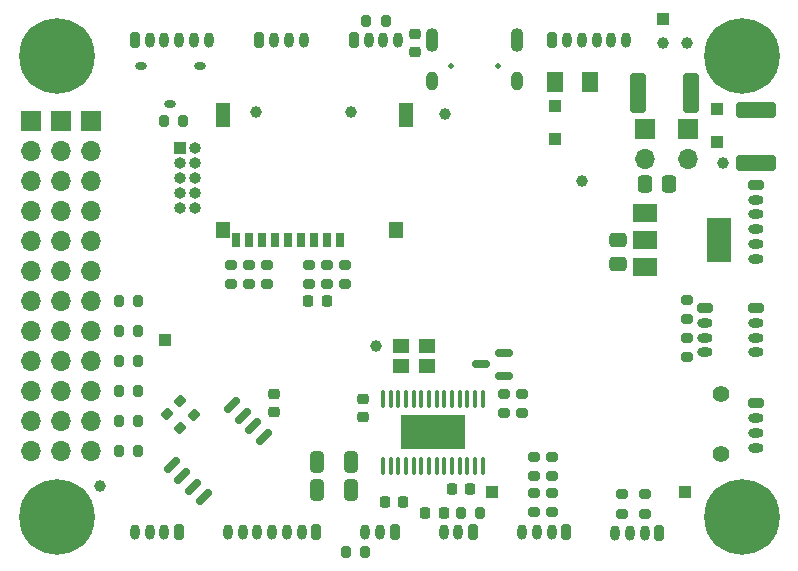
<source format=gbs>
G04 #@! TF.GenerationSoftware,KiCad,Pcbnew,7.0.2*
G04 #@! TF.CreationDate,2023-06-10T11:02:38+03:00*
G04 #@! TF.ProjectId,2.0,322e302e-6b69-4636-9164-5f7063625858,2.0*
G04 #@! TF.SameCoordinates,Original*
G04 #@! TF.FileFunction,Soldermask,Bot*
G04 #@! TF.FilePolarity,Negative*
%FSLAX46Y46*%
G04 Gerber Fmt 4.6, Leading zero omitted, Abs format (unit mm)*
G04 Created by KiCad (PCBNEW 7.0.2) date 2023-06-10 11:02:38*
%MOMM*%
%LPD*%
G01*
G04 APERTURE LIST*
G04 Aperture macros list*
%AMRoundRect*
0 Rectangle with rounded corners*
0 $1 Rounding radius*
0 $2 $3 $4 $5 $6 $7 $8 $9 X,Y pos of 4 corners*
0 Add a 4 corners polygon primitive as box body*
4,1,4,$2,$3,$4,$5,$6,$7,$8,$9,$2,$3,0*
0 Add four circle primitives for the rounded corners*
1,1,$1+$1,$2,$3*
1,1,$1+$1,$4,$5*
1,1,$1+$1,$6,$7*
1,1,$1+$1,$8,$9*
0 Add four rect primitives between the rounded corners*
20,1,$1+$1,$2,$3,$4,$5,0*
20,1,$1+$1,$4,$5,$6,$7,0*
20,1,$1+$1,$6,$7,$8,$9,0*
20,1,$1+$1,$8,$9,$2,$3,0*%
G04 Aperture macros list end*
%ADD10C,0.500000*%
%ADD11O,1.090000X2.000000*%
%ADD12O,1.050000X1.600000*%
%ADD13RoundRect,0.200000X0.200000X0.450000X-0.200000X0.450000X-0.200000X-0.450000X0.200000X-0.450000X0*%
%ADD14O,0.800000X1.300000*%
%ADD15RoundRect,0.200000X-0.200000X-0.450000X0.200000X-0.450000X0.200000X0.450000X-0.200000X0.450000X0*%
%ADD16R,1.000000X1.000000*%
%ADD17O,1.000000X1.000000*%
%ADD18RoundRect,0.200000X-0.450000X0.200000X-0.450000X-0.200000X0.450000X-0.200000X0.450000X0.200000X0*%
%ADD19O,1.300000X0.800000*%
%ADD20R,1.700000X1.700000*%
%ADD21O,1.700000X1.700000*%
%ADD22C,1.000000*%
%ADD23O,1.000000X0.700000*%
%ADD24C,0.800000*%
%ADD25C,6.400000*%
%ADD26C,1.400000*%
%ADD27RoundRect,0.200000X0.275000X-0.200000X0.275000X0.200000X-0.275000X0.200000X-0.275000X-0.200000X0*%
%ADD28RoundRect,0.200000X0.335876X0.053033X0.053033X0.335876X-0.335876X-0.053033X-0.053033X-0.335876X0*%
%ADD29RoundRect,0.200000X-0.200000X-0.275000X0.200000X-0.275000X0.200000X0.275000X-0.200000X0.275000X0*%
%ADD30RoundRect,0.200000X0.200000X0.275000X-0.200000X0.275000X-0.200000X-0.275000X0.200000X-0.275000X0*%
%ADD31RoundRect,0.200000X-0.275000X0.200000X-0.275000X-0.200000X0.275000X-0.200000X0.275000X0.200000X0*%
%ADD32RoundRect,0.250000X0.400000X1.450000X-0.400000X1.450000X-0.400000X-1.450000X0.400000X-1.450000X0*%
%ADD33RoundRect,0.150000X-0.353553X-0.565685X0.565685X0.353553X0.353553X0.565685X-0.565685X-0.353553X0*%
%ADD34R,0.700000X1.300000*%
%ADD35R,1.200000X2.000000*%
%ADD36R,1.200000X1.400000*%
%ADD37RoundRect,0.225000X0.250000X-0.225000X0.250000X0.225000X-0.250000X0.225000X-0.250000X-0.225000X0*%
%ADD38RoundRect,0.250000X-0.475000X0.337500X-0.475000X-0.337500X0.475000X-0.337500X0.475000X0.337500X0*%
%ADD39RoundRect,0.250000X-0.300000X0.300000X-0.300000X-0.300000X0.300000X-0.300000X0.300000X0.300000X0*%
%ADD40RoundRect,0.250000X0.325000X0.650000X-0.325000X0.650000X-0.325000X-0.650000X0.325000X-0.650000X0*%
%ADD41RoundRect,0.225000X-0.250000X0.225000X-0.250000X-0.225000X0.250000X-0.225000X0.250000X0.225000X0*%
%ADD42RoundRect,0.150000X0.587500X0.150000X-0.587500X0.150000X-0.587500X-0.150000X0.587500X-0.150000X0*%
%ADD43RoundRect,0.250000X-0.337500X-0.475000X0.337500X-0.475000X0.337500X0.475000X-0.337500X0.475000X0*%
%ADD44RoundRect,0.225000X0.225000X0.250000X-0.225000X0.250000X-0.225000X-0.250000X0.225000X-0.250000X0*%
%ADD45RoundRect,0.225000X-0.225000X-0.250000X0.225000X-0.250000X0.225000X0.250000X-0.225000X0.250000X0*%
%ADD46RoundRect,0.100000X-0.100000X0.637500X-0.100000X-0.637500X0.100000X-0.637500X0.100000X0.637500X0*%
%ADD47R,5.400000X2.850000*%
%ADD48RoundRect,0.250000X1.450000X-0.400000X1.450000X0.400000X-1.450000X0.400000X-1.450000X-0.400000X0*%
%ADD49R,1.400000X1.200000*%
%ADD50RoundRect,0.250001X-0.462499X-0.624999X0.462499X-0.624999X0.462499X0.624999X-0.462499X0.624999X0*%
%ADD51R,2.000000X1.500000*%
%ADD52R,2.000000X3.800000*%
G04 APERTURE END LIST*
D10*
X111390000Y-60824000D03*
X115390000Y-60824000D03*
D11*
X109790000Y-58674000D03*
D12*
X109790000Y-62124000D03*
D11*
X116990000Y-58674000D03*
D12*
X116990000Y-62124000D03*
D13*
X88352000Y-100330000D03*
D14*
X87102000Y-100330000D03*
X85852000Y-100330000D03*
X84602000Y-100330000D03*
D15*
X103154000Y-58674000D03*
D14*
X104404000Y-58674000D03*
X105654000Y-58674000D03*
X106904000Y-58674000D03*
D16*
X88392000Y-67818000D03*
D17*
X89662000Y-67818000D03*
X88392000Y-69088000D03*
X89662000Y-69088000D03*
X88392000Y-70358000D03*
X89662000Y-70358000D03*
X88392000Y-71628000D03*
X89662000Y-71628000D03*
X88392000Y-72898000D03*
X89662000Y-72898000D03*
D13*
X129022000Y-100388000D03*
D14*
X127772000Y-100388000D03*
X126522000Y-100388000D03*
X125272000Y-100388000D03*
D18*
X132842000Y-81340000D03*
D19*
X132842000Y-82590000D03*
X132842000Y-83840000D03*
X132842000Y-85090000D03*
D15*
X95153000Y-58674000D03*
D14*
X96403000Y-58674000D03*
X97653000Y-58674000D03*
X98903000Y-58674000D03*
D13*
X113254000Y-100330000D03*
D14*
X112004000Y-100330000D03*
X110754000Y-100330000D03*
D13*
X121138000Y-100330000D03*
D14*
X119888000Y-100330000D03*
X118638000Y-100330000D03*
X117388000Y-100330000D03*
D18*
X137160000Y-81340000D03*
D19*
X137160000Y-82590000D03*
X137160000Y-83840000D03*
X137160000Y-85090000D03*
D20*
X80900000Y-65525000D03*
D21*
X80900000Y-68065000D03*
X80900000Y-70605000D03*
X80900000Y-73145000D03*
X80900000Y-75685000D03*
X80900000Y-78225000D03*
X80900000Y-80765000D03*
X80900000Y-83305000D03*
X80900000Y-85845000D03*
X80900000Y-88385000D03*
X80900000Y-90925000D03*
X80900000Y-93465000D03*
D16*
X87122000Y-84074000D03*
D22*
X134366000Y-69027000D03*
D23*
X90090000Y-60884000D03*
X87590000Y-64084000D03*
X85090000Y-60884000D03*
D24*
X133600000Y-99000000D03*
X134302944Y-97302944D03*
X134302944Y-100697056D03*
X136000000Y-96600000D03*
D25*
X136000000Y-99000000D03*
D24*
X136000000Y-101400000D03*
X137697056Y-97302944D03*
X137697056Y-100697056D03*
X138400000Y-99000000D03*
D13*
X99986000Y-100330000D03*
D14*
X98736000Y-100330000D03*
X97486000Y-100330000D03*
X96236000Y-100330000D03*
X94986000Y-100330000D03*
X93736000Y-100330000D03*
X92486000Y-100330000D03*
D24*
X75600000Y-99000000D03*
X76302944Y-97302944D03*
X76302944Y-100697056D03*
X78000000Y-96600000D03*
D25*
X78000000Y-99000000D03*
D24*
X78000000Y-101400000D03*
X79697056Y-97302944D03*
X79697056Y-100697056D03*
X80400000Y-99000000D03*
D13*
X106620000Y-100330000D03*
D14*
X105370000Y-100330000D03*
X104120000Y-100330000D03*
D15*
X119948000Y-58674000D03*
D14*
X121198000Y-58674000D03*
X122448000Y-58674000D03*
X123698000Y-58674000D03*
X124948000Y-58674000D03*
X126198000Y-58674000D03*
D22*
X131318000Y-58928000D03*
D16*
X129286000Y-56896000D03*
D18*
X137160000Y-70906000D03*
D19*
X137160000Y-72156000D03*
X137160000Y-73406000D03*
X137160000Y-74656000D03*
X137160000Y-75906000D03*
X137160000Y-77156000D03*
D22*
X122428000Y-70612000D03*
D20*
X127762000Y-66162000D03*
D21*
X127762000Y-68702000D03*
D20*
X131445000Y-66157000D03*
D21*
X131445000Y-68697000D03*
D26*
X134239000Y-93726000D03*
X134239000Y-88646000D03*
D22*
X110871000Y-64897000D03*
D16*
X131216400Y-96926400D03*
D24*
X133600000Y-60000000D03*
X134302944Y-58302944D03*
X134302944Y-61697056D03*
X136000000Y-57600000D03*
D25*
X136000000Y-60000000D03*
D24*
X136000000Y-62400000D03*
X137697056Y-58302944D03*
X137697056Y-61697056D03*
X138400000Y-60000000D03*
D20*
X75820000Y-65525000D03*
D21*
X75820000Y-68065000D03*
X75820000Y-70605000D03*
X75820000Y-73145000D03*
X75820000Y-75685000D03*
X75820000Y-78225000D03*
X75820000Y-80765000D03*
X75820000Y-83305000D03*
X75820000Y-85845000D03*
X75820000Y-88385000D03*
X75820000Y-90925000D03*
X75820000Y-93465000D03*
D18*
X137160000Y-89408000D03*
D19*
X137160000Y-90658000D03*
X137160000Y-91908000D03*
X137160000Y-93158000D03*
D22*
X81661000Y-96393000D03*
D24*
X75600000Y-60000000D03*
X76302944Y-58302944D03*
X76302944Y-61697056D03*
X78000000Y-57600000D03*
D25*
X78000000Y-60000000D03*
D24*
X78000000Y-62400000D03*
X79697056Y-58302944D03*
X79697056Y-61697056D03*
X80400000Y-60000000D03*
D15*
X84602000Y-58674000D03*
D14*
X85852000Y-58674000D03*
X87102000Y-58674000D03*
X88352000Y-58674000D03*
X89602000Y-58674000D03*
X90852000Y-58674000D03*
D16*
X114808000Y-96926400D03*
D20*
X78360000Y-65525000D03*
D21*
X78360000Y-68065000D03*
X78360000Y-70605000D03*
X78360000Y-73145000D03*
X78360000Y-75685000D03*
X78360000Y-78225000D03*
X78360000Y-80765000D03*
X78360000Y-83305000D03*
X78360000Y-85845000D03*
X78360000Y-88385000D03*
X78360000Y-90925000D03*
X78360000Y-93465000D03*
D22*
X129286000Y-58928000D03*
D27*
X131318000Y-82296000D03*
X131318000Y-80646000D03*
D28*
X88467363Y-91515363D03*
X87300637Y-90348637D03*
D29*
X102470000Y-101981000D03*
X104120000Y-101981000D03*
D27*
X92736000Y-79311000D03*
X92736000Y-77661000D03*
D22*
X105003600Y-84559000D03*
D30*
X84899000Y-80765000D03*
X83249000Y-80765000D03*
D31*
X119888000Y-96965000D03*
X119888000Y-98615000D03*
D29*
X87059000Y-65532000D03*
X88709000Y-65532000D03*
D31*
X127772000Y-97092000D03*
X127772000Y-98742000D03*
X119888000Y-93917000D03*
X119888000Y-95567000D03*
D30*
X113855000Y-98679000D03*
X112205000Y-98679000D03*
D27*
X117348000Y-90233000D03*
X117348000Y-88583000D03*
D30*
X84899000Y-83305000D03*
X83249000Y-83305000D03*
D31*
X125857000Y-97092000D03*
X125857000Y-98742000D03*
D32*
X131699000Y-63119000D03*
X127249000Y-63119000D03*
D27*
X99336000Y-79311000D03*
X99336000Y-77661000D03*
D31*
X118364000Y-93917000D03*
X118364000Y-95567000D03*
D27*
X102384000Y-79311000D03*
X102384000Y-77661000D03*
D33*
X90430882Y-97362020D03*
X89532856Y-96463994D03*
X88634831Y-95565969D03*
X87736805Y-94667943D03*
X92827974Y-89576774D03*
X93726000Y-90474800D03*
X94624025Y-91372825D03*
X95522051Y-92270851D03*
D22*
X102870000Y-64746500D03*
X94870000Y-64746500D03*
D34*
X101960000Y-75586500D03*
X100860000Y-75586500D03*
X99760000Y-75586500D03*
X98660000Y-75586500D03*
X97560000Y-75586500D03*
X96460000Y-75586500D03*
X95360000Y-75586500D03*
X94260000Y-75586500D03*
X93160000Y-75586500D03*
D35*
X107580000Y-65036500D03*
X92060000Y-65036500D03*
D36*
X106740000Y-74736500D03*
X92060000Y-74736500D03*
D37*
X108331000Y-59677600D03*
X108331000Y-58127600D03*
D30*
X84899000Y-85845000D03*
X83249000Y-85845000D03*
D28*
X89610363Y-90372363D03*
X88443637Y-89205637D03*
D38*
X125476000Y-75565000D03*
X125476000Y-77640000D03*
D39*
X133858000Y-64527000D03*
X133858000Y-67327000D03*
D30*
X84899000Y-88385000D03*
X83249000Y-88385000D03*
X84899000Y-90925000D03*
X83249000Y-90925000D03*
D40*
X102948000Y-96755000D03*
X99998000Y-96755000D03*
D41*
X96393000Y-88633000D03*
X96393000Y-90183000D03*
D42*
X115824000Y-85156000D03*
X115824000Y-87056000D03*
X113949000Y-86106000D03*
D40*
X102948000Y-94361000D03*
X99998000Y-94361000D03*
D29*
X104204000Y-57023000D03*
X105854000Y-57023000D03*
D43*
X127762000Y-70866000D03*
X129837000Y-70866000D03*
D44*
X107341000Y-97790000D03*
X105791000Y-97790000D03*
D45*
X111454000Y-96647000D03*
X113004000Y-96647000D03*
D27*
X115824000Y-90233000D03*
X115824000Y-88583000D03*
X100860000Y-79311000D03*
X100860000Y-77661000D03*
X95784000Y-79311000D03*
X95784000Y-77661000D03*
D39*
X120142000Y-64256000D03*
X120142000Y-67056000D03*
D30*
X84899000Y-93465000D03*
X83249000Y-93465000D03*
D46*
X105604000Y-89017000D03*
X106254000Y-89017000D03*
X106904000Y-89017000D03*
X107554000Y-89017000D03*
X108204000Y-89017000D03*
X108854000Y-89017000D03*
X109504000Y-89017000D03*
X110154000Y-89017000D03*
X110804000Y-89017000D03*
X111454000Y-89017000D03*
X112104000Y-89017000D03*
X112754000Y-89017000D03*
X113404000Y-89017000D03*
X114054000Y-89017000D03*
X114054000Y-94742000D03*
X113404000Y-94742000D03*
X112754000Y-94742000D03*
X112104000Y-94742000D03*
X111454000Y-94742000D03*
X110804000Y-94742000D03*
X110154000Y-94742000D03*
X109504000Y-94742000D03*
X108854000Y-94742000D03*
X108204000Y-94742000D03*
X107554000Y-94742000D03*
X106904000Y-94742000D03*
X106254000Y-94742000D03*
X105604000Y-94742000D03*
D47*
X109829000Y-91879500D03*
D27*
X94260000Y-79311000D03*
X94260000Y-77661000D03*
D31*
X118364000Y-96965000D03*
X118364000Y-98615000D03*
D45*
X109207000Y-98679000D03*
X110757000Y-98679000D03*
D44*
X100851000Y-80772000D03*
X99301000Y-80772000D03*
D48*
X137160000Y-69027000D03*
X137160000Y-64577000D03*
D31*
X131318000Y-83840000D03*
X131318000Y-85490000D03*
D49*
X109304000Y-86259000D03*
X107104000Y-86259000D03*
X107104000Y-84559000D03*
X109304000Y-84559000D03*
D50*
X120142000Y-62230000D03*
X123117000Y-62230000D03*
D51*
X127762000Y-77865000D03*
X127762000Y-75565000D03*
D52*
X134062000Y-75565000D03*
D51*
X127762000Y-73265000D03*
D41*
X103936800Y-89017000D03*
X103936800Y-90567000D03*
M02*

</source>
